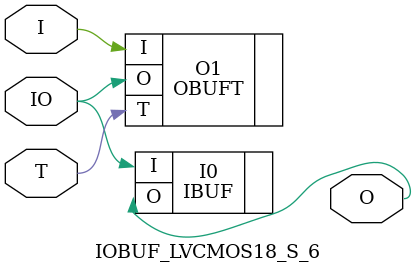
<source format=v>


`timescale  1 ps / 1 ps


module IOBUF_LVCMOS18_S_6 (O, IO, I, T);

    output O;

    inout  IO;

    input  I, T;

        OBUFT #(.IOSTANDARD("LVCMOS18"), .SLEW("SLOW"), .DRIVE(6)) O1 (.O(IO), .I(I), .T(T)); 
	IBUF #(.IOSTANDARD("LVCMOS18"))  I0 (.O(O), .I(IO));
        

endmodule



</source>
